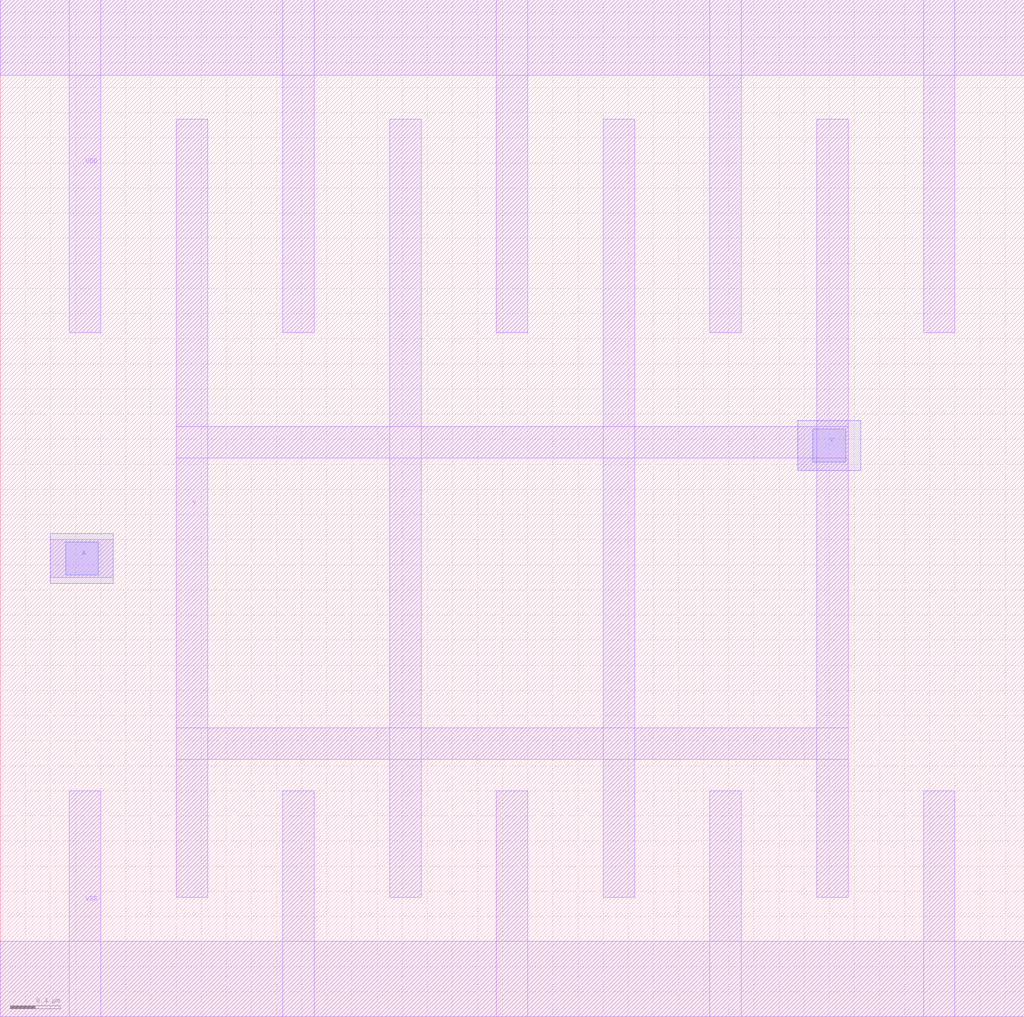
<source format=lef>
# Copyright 2022 Google LLC
# Licensed under the Apache License, Version 2.0 (the "License");
# you may not use this file except in compliance with the License.
# You may obtain a copy of the License at
#
#      http://www.apache.org/licenses/LICENSE-2.0
#
# Unless required by applicable law or agreed to in writing, software
# distributed under the License is distributed on an "AS IS" BASIS,
# WITHOUT WARRANTIES OR CONDITIONS OF ANY KIND, either express or implied.
# See the License for the specific language governing permissions and
# limitations under the License.
VERSION 5.7 ;
BUSBITCHARS "[]" ;
DIVIDERCHAR "/" ;

MACRO gf180mcu_osu_sc_gp12t3v3__clkinv_8
  CLASS CORE ;
  ORIGIN 0 0 ;
  FOREIGN gf180mcu_osu_sc_gp12t3v3__clkinv_8 0 0 ;
  SIZE 8.15 BY 8.1 ;
  SYMMETRY X Y ;
  SITE gf180mcu_osu_sc_gp12t3v3 ;
  PIN VDD
    DIRECTION INOUT ;
    USE POWER ;
    SHAPE ABUTMENT ;
    PORT
      LAYER MET1 ;
        RECT 0 7.5 8.15 8.1 ;
        RECT 7.35 5.45 7.6 8.1 ;
        RECT 5.65 5.45 5.9 8.1 ;
        RECT 3.95 5.45 4.2 8.1 ;
        RECT 2.25 5.45 2.5 8.1 ;
        RECT 0.55 5.45 0.8 8.1 ;
    END
  END VDD
  PIN VSS
    DIRECTION INOUT ;
    USE GROUND ;
    PORT
      LAYER MET1 ;
        RECT 0 0 8.15 0.6 ;
        RECT 7.35 0 7.6 1.8 ;
        RECT 5.65 0 5.9 1.8 ;
        RECT 3.95 0 4.2 1.8 ;
        RECT 2.25 0 2.5 1.8 ;
        RECT 0.55 0 0.8 1.8 ;
    END
  END VSS
  PIN A
    DIRECTION INPUT ;
    USE SIGNAL ;
    PORT
      LAYER MET1 ;
        RECT 0.4 3.5 0.9 3.8 ;
      LAYER MET2 ;
        RECT 0.4 3.45 0.9 3.85 ;
      LAYER VIA12 ;
        RECT 0.52 3.52 0.78 3.78 ;
    END
  END A
  PIN Y
    DIRECTION OUTPUT ;
    USE SIGNAL ;
    PORT
      LAYER MET1 ;
        RECT 6.5 0.95 6.75 7.15 ;
        RECT 1.4 4.45 6.75 4.7 ;
        RECT 6.35 4.35 6.75 4.7 ;
        RECT 1.4 2.05 6.75 2.3 ;
        RECT 4.8 0.95 5.05 7.15 ;
        RECT 3.1 0.95 3.35 7.15 ;
        RECT 1.4 0.95 1.65 7.15 ;
      LAYER MET2 ;
        RECT 6.35 4.35 6.85 4.75 ;
      LAYER VIA12 ;
        RECT 6.47 4.42 6.73 4.68 ;
    END
  END Y
END gf180mcu_osu_sc_gp12t3v3__clkinv_8

</source>
